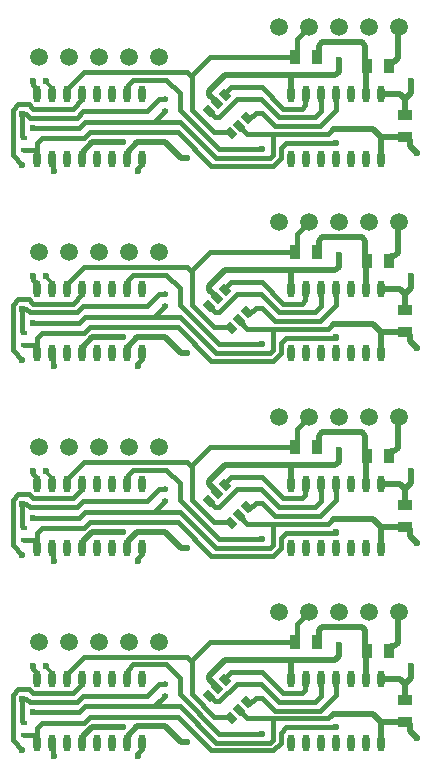
<source format=gtl>
G04*
G04 #@! TF.GenerationSoftware,Altium Limited,Altium Designer,20.2.7 (254)*
G04*
G04 Layer_Physical_Order=1*
G04 Layer_Color=255*
%FSLAX44Y44*%
%MOMM*%
G71*
G04*
G04 #@! TF.SameCoordinates,E2930A79-BBFB-44DC-8FC5-9A75561AB175*
G04*
G04*
G04 #@! TF.FilePolarity,Positive*
G04*
G01*
G75*
%ADD14R,0.9000X1.3000*%
%ADD15R,0.5500X0.4500*%
%ADD16O,0.6000X1.4500*%
G04:AMPARAMS|DCode=17|XSize=0.6mm|YSize=0.95mm|CornerRadius=0mm|HoleSize=0mm|Usage=FLASHONLY|Rotation=45.000|XOffset=0mm|YOffset=0mm|HoleType=Round|Shape=Rectangle|*
%AMROTATEDRECTD17*
4,1,4,0.1237,-0.5480,-0.5480,0.1237,-0.1237,0.5480,0.5480,-0.1237,0.1237,-0.5480,0.0*
%
%ADD17ROTATEDRECTD17*%

%ADD18R,1.3000X0.9000*%
%ADD26C,0.5000*%
%ADD27C,0.4000*%
%ADD28C,0.3000*%
%ADD29C,1.5000*%
%ADD30C,0.6000*%
D14*
X354370Y608980D02*
D03*
X335870D02*
D03*
X293410Y616600D02*
D03*
X274910D02*
D03*
X354370Y443980D02*
D03*
X335870D02*
D03*
X293410Y451600D02*
D03*
X274910D02*
D03*
X354370Y278980D02*
D03*
X335870D02*
D03*
X293410Y286600D02*
D03*
X274910D02*
D03*
X354370Y113980D02*
D03*
X335870D02*
D03*
X293410Y121600D02*
D03*
X274910D02*
D03*
D15*
X164700Y580880D02*
D03*
Y570880D02*
D03*
X45400Y538020D02*
D03*
Y548020D02*
D03*
X164700Y415880D02*
D03*
Y405880D02*
D03*
X45400Y373020D02*
D03*
Y383020D02*
D03*
X164700Y250880D02*
D03*
Y240880D02*
D03*
X45400Y208020D02*
D03*
Y218020D02*
D03*
X164700Y85880D02*
D03*
Y75880D02*
D03*
X45400Y43020D02*
D03*
Y53020D02*
D03*
D16*
X271380Y530850D02*
D03*
X284080D02*
D03*
X296780D02*
D03*
X309480D02*
D03*
X322180D02*
D03*
X334880D02*
D03*
X347580D02*
D03*
X271380Y585350D02*
D03*
X284080D02*
D03*
X296780D02*
D03*
X309480D02*
D03*
X322180D02*
D03*
X334880D02*
D03*
X347580D02*
D03*
X56750Y530850D02*
D03*
X69450D02*
D03*
X82150D02*
D03*
X94850D02*
D03*
X107550D02*
D03*
X120250D02*
D03*
X132950D02*
D03*
X145650D02*
D03*
X56750Y585350D02*
D03*
X69450D02*
D03*
X82150D02*
D03*
X94850D02*
D03*
X107550D02*
D03*
X120250D02*
D03*
X132950D02*
D03*
X145650D02*
D03*
X271380Y365850D02*
D03*
X284080D02*
D03*
X296780D02*
D03*
X309480D02*
D03*
X322180D02*
D03*
X334880D02*
D03*
X347580D02*
D03*
X271380Y420350D02*
D03*
X284080D02*
D03*
X296780D02*
D03*
X309480D02*
D03*
X322180D02*
D03*
X334880D02*
D03*
X347580D02*
D03*
X56750Y365850D02*
D03*
X69450D02*
D03*
X82150D02*
D03*
X94850D02*
D03*
X107550D02*
D03*
X120250D02*
D03*
X132950D02*
D03*
X145650D02*
D03*
X56750Y420350D02*
D03*
X69450D02*
D03*
X82150D02*
D03*
X94850D02*
D03*
X107550D02*
D03*
X120250D02*
D03*
X132950D02*
D03*
X145650D02*
D03*
X271380Y200850D02*
D03*
X284080D02*
D03*
X296780D02*
D03*
X309480D02*
D03*
X322180D02*
D03*
X334880D02*
D03*
X347580D02*
D03*
X271380Y255350D02*
D03*
X284080D02*
D03*
X296780D02*
D03*
X309480D02*
D03*
X322180D02*
D03*
X334880D02*
D03*
X347580D02*
D03*
X56750Y200850D02*
D03*
X69450D02*
D03*
X82150D02*
D03*
X94850D02*
D03*
X107550D02*
D03*
X120250D02*
D03*
X132950D02*
D03*
X145650D02*
D03*
X56750Y255350D02*
D03*
X69450D02*
D03*
X82150D02*
D03*
X94850D02*
D03*
X107550D02*
D03*
X120250D02*
D03*
X132950D02*
D03*
X145650D02*
D03*
X271380Y35850D02*
D03*
X284080D02*
D03*
X296780D02*
D03*
X309480D02*
D03*
X322180D02*
D03*
X334880D02*
D03*
X347580D02*
D03*
X271380Y90350D02*
D03*
X284080D02*
D03*
X296780D02*
D03*
X309480D02*
D03*
X322180D02*
D03*
X334880D02*
D03*
X347580D02*
D03*
X56750Y35850D02*
D03*
X69450D02*
D03*
X82150D02*
D03*
X94850D02*
D03*
X107550D02*
D03*
X120250D02*
D03*
X132950D02*
D03*
X145650D02*
D03*
X56750Y90350D02*
D03*
X69450D02*
D03*
X82150D02*
D03*
X94850D02*
D03*
X107550D02*
D03*
X120250D02*
D03*
X132950D02*
D03*
X145650D02*
D03*
D17*
X234384Y565512D02*
D03*
X227666Y558794D02*
D03*
X220949Y552077D02*
D03*
X201857Y571168D02*
D03*
X208574Y577886D02*
D03*
X215292Y584604D02*
D03*
X234384Y400512D02*
D03*
X227666Y393794D02*
D03*
X220949Y387076D02*
D03*
X201857Y406168D02*
D03*
X208574Y412886D02*
D03*
X215292Y419603D02*
D03*
X234384Y235512D02*
D03*
X227666Y228794D02*
D03*
X220949Y222077D02*
D03*
X201857Y241168D02*
D03*
X208574Y247886D02*
D03*
X215292Y254604D02*
D03*
X234384Y70512D02*
D03*
X227666Y63794D02*
D03*
X220949Y57077D02*
D03*
X201857Y76168D02*
D03*
X208574Y82886D02*
D03*
X215292Y89604D02*
D03*
D18*
X367900Y567350D02*
D03*
Y548850D02*
D03*
Y402350D02*
D03*
Y383850D02*
D03*
Y237350D02*
D03*
Y218850D02*
D03*
Y72350D02*
D03*
Y53850D02*
D03*
D26*
X347389Y531041D02*
X347580Y530850D01*
X312100Y642000D02*
X312875Y641225D01*
X334689Y585541D02*
Y590062D01*
X312100Y642000D02*
Y644380D01*
X133141Y536701D02*
X141451Y545011D01*
X133141Y531041D02*
Y536701D01*
X132950Y530850D02*
X133141Y531041D01*
X141451Y545011D02*
X164692D01*
X334880Y585350D02*
Y604720D01*
X361950Y641050D02*
X362900Y642000D01*
X365900Y567350D02*
X367900D01*
X367849Y569299D02*
Y581011D01*
X347580Y585350D02*
X363510D01*
X367849Y581011D01*
X82150Y585350D02*
Y589850D01*
X371900Y541400D02*
X378060Y535240D01*
X371900Y541400D02*
Y546850D01*
X369900Y548850D02*
X371900Y546850D01*
X378060Y535240D02*
Y535240D01*
X164620Y580960D02*
X164700Y580880D01*
X164700Y570880D02*
X164700D01*
X337500Y642000D02*
X338916Y643416D01*
X367849Y581011D02*
X372773Y585936D01*
Y595993D01*
X373060Y596280D01*
X334342Y610926D02*
X334963Y610305D01*
X348101Y548850D02*
X367900D01*
X369900D01*
X354370Y608980D02*
Y610980D01*
X356370Y612980D01*
X359021D01*
X361950Y615909D01*
Y641050D01*
X95041Y531041D02*
Y536701D01*
X94850Y530850D02*
X95041Y531041D01*
X103070Y544730D02*
X129140D01*
X95041Y536701D02*
X103070Y544730D01*
X202245Y588025D02*
X215580Y601360D01*
X44130Y568340D02*
X45400D01*
X347389Y531041D02*
Y548138D01*
X178193Y531510D02*
X183830D01*
X164692Y545011D02*
X178193Y531510D01*
X283580Y580329D02*
X284080Y580829D01*
Y585350D01*
X202245Y584922D02*
Y588025D01*
Y584922D02*
X208574Y578593D01*
Y577886D02*
Y578593D01*
X201857Y571168D02*
X202564D01*
X235621Y564274D02*
X236328D01*
X234384Y565512D02*
X235621Y564274D01*
X215031Y584864D02*
Y585571D01*
Y584864D02*
X215292Y584604D01*
X365900Y567350D02*
X367849Y569299D01*
X271380Y585350D02*
Y598431D01*
X215580Y601360D02*
X309171D01*
X312100Y604289D01*
Y614060D01*
X295245Y626371D02*
X298174Y629300D01*
X331413D01*
X295245Y618436D02*
Y626371D01*
X293410Y616600D02*
X295245Y618436D01*
X331413Y629300D02*
X334342Y626371D01*
Y610926D02*
Y626371D01*
X307020Y555640D02*
X341311D01*
X348101Y548850D01*
X347389Y366041D02*
X347580Y365850D01*
X312100Y477000D02*
X312875Y476225D01*
X334689Y420541D02*
Y425062D01*
X312100Y477000D02*
Y479380D01*
X133141Y371701D02*
X141451Y380011D01*
X133141Y366041D02*
Y371701D01*
X132950Y365850D02*
X133141Y366041D01*
X141451Y380011D02*
X164692D01*
X334880Y420350D02*
Y439720D01*
X361950Y476050D02*
X362900Y477000D01*
X365900Y402350D02*
X367900D01*
X367849Y404299D02*
Y416011D01*
X347580Y420350D02*
X363510D01*
X367849Y416011D01*
X82150Y420350D02*
Y424850D01*
X371900Y376400D02*
X378060Y370240D01*
X371900Y376400D02*
Y381850D01*
X369900Y383850D02*
X371900Y381850D01*
X378060Y370240D02*
Y370240D01*
X164620Y415960D02*
X164700Y415880D01*
X164700Y405880D02*
X164700D01*
X337500Y477000D02*
X338916Y478416D01*
X367849Y416011D02*
X372773Y420936D01*
Y430993D01*
X373060Y431280D01*
X334342Y445926D02*
X334963Y445305D01*
X348101Y383850D02*
X367900D01*
X369900D01*
X354370Y443980D02*
Y445980D01*
X356370Y447980D01*
X359021D01*
X361950Y450909D01*
Y476050D01*
X95041Y366041D02*
Y371701D01*
X94850Y365850D02*
X95041Y366041D01*
X103070Y379730D02*
X129140D01*
X95041Y371701D02*
X103070Y379730D01*
X202245Y423025D02*
X215580Y436360D01*
X44130Y403340D02*
X45400D01*
X347389Y366041D02*
Y383138D01*
X178193Y366510D02*
X183830D01*
X164692Y380011D02*
X178193Y366510D01*
X283580Y415329D02*
X284080Y415829D01*
Y420350D01*
X202245Y419922D02*
Y423025D01*
Y419922D02*
X208574Y413593D01*
Y412886D02*
Y413593D01*
X201857Y406168D02*
X202564D01*
X235621Y399274D02*
X236328D01*
X234384Y400512D02*
X235621Y399274D01*
X215031Y419864D02*
Y420571D01*
Y419864D02*
X215292Y419603D01*
X365900Y402350D02*
X367849Y404299D01*
X271380Y420350D02*
Y433431D01*
X215580Y436360D02*
X309171D01*
X312100Y439289D01*
Y449060D01*
X295245Y461371D02*
X298174Y464300D01*
X331413D01*
X295245Y453436D02*
Y461371D01*
X293410Y451600D02*
X295245Y453436D01*
X331413Y464300D02*
X334342Y461371D01*
Y445926D02*
Y461371D01*
X307020Y390640D02*
X341311D01*
X348101Y383850D01*
X347389Y201041D02*
X347580Y200850D01*
X312100Y312000D02*
X312875Y311225D01*
X334689Y255541D02*
Y260062D01*
X312100Y312000D02*
Y314380D01*
X133141Y206701D02*
X141451Y215011D01*
X133141Y201041D02*
Y206701D01*
X132950Y200850D02*
X133141Y201041D01*
X141451Y215011D02*
X164692D01*
X334880Y255350D02*
Y274720D01*
X361950Y311050D02*
X362900Y312000D01*
X365900Y237350D02*
X367900D01*
X367849Y239299D02*
Y251011D01*
X347580Y255350D02*
X363510D01*
X367849Y251011D01*
X82150Y255350D02*
Y259850D01*
X371900Y211400D02*
X378060Y205240D01*
X371900Y211400D02*
Y216850D01*
X369900Y218850D02*
X371900Y216850D01*
X378060Y205240D02*
Y205240D01*
X164620Y250960D02*
X164700Y250880D01*
X164700Y240880D02*
X164700D01*
X337500Y312000D02*
X338916Y313416D01*
X367849Y251011D02*
X372773Y255936D01*
Y265993D01*
X373060Y266280D01*
X334342Y280926D02*
X334963Y280305D01*
X348101Y218850D02*
X367900D01*
X369900D01*
X354370Y278980D02*
Y280980D01*
X356370Y282980D01*
X359021D01*
X361950Y285909D01*
Y311050D01*
X95041Y201041D02*
Y206701D01*
X94850Y200850D02*
X95041Y201041D01*
X103070Y214730D02*
X129140D01*
X95041Y206701D02*
X103070Y214730D01*
X202245Y258025D02*
X215580Y271360D01*
X44130Y238340D02*
X45400D01*
X347389Y201041D02*
Y218138D01*
X178193Y201510D02*
X183830D01*
X164692Y215011D02*
X178193Y201510D01*
X283580Y250329D02*
X284080Y250829D01*
Y255350D01*
X202245Y254922D02*
Y258025D01*
Y254922D02*
X208574Y248593D01*
Y247886D02*
Y248593D01*
X201857Y241168D02*
X202564D01*
X235621Y234274D02*
X236328D01*
X234384Y235512D02*
X235621Y234274D01*
X215031Y254864D02*
Y255571D01*
Y254864D02*
X215292Y254604D01*
X365900Y237350D02*
X367849Y239299D01*
X271380Y255350D02*
Y268431D01*
X215580Y271360D02*
X309171D01*
X312100Y274289D01*
Y284060D01*
X295245Y296371D02*
X298174Y299300D01*
X331413D01*
X295245Y288435D02*
Y296371D01*
X293410Y286600D02*
X295245Y288435D01*
X331413Y299300D02*
X334342Y296371D01*
Y280926D02*
Y296371D01*
X307020Y225640D02*
X341311D01*
X348101Y218850D01*
X347389Y36041D02*
X347580Y35850D01*
X312100Y147000D02*
X312875Y146225D01*
X334689Y90541D02*
Y95062D01*
X312100Y147000D02*
Y149380D01*
X133141Y41701D02*
X141451Y50011D01*
X133141Y36041D02*
Y41701D01*
X132950Y35850D02*
X133141Y36041D01*
X141451Y50011D02*
X164692D01*
X334880Y90350D02*
Y109720D01*
X361950Y146050D02*
X362900Y147000D01*
X365900Y72350D02*
X367900D01*
X367849Y74299D02*
Y86011D01*
X347580Y90350D02*
X363510D01*
X367849Y86011D01*
X82150Y90350D02*
Y94850D01*
X371900Y46400D02*
X378060Y40240D01*
X371900Y46400D02*
Y51850D01*
X369900Y53850D02*
X371900Y51850D01*
X378060Y40240D02*
Y40240D01*
X164620Y85960D02*
X164700Y85880D01*
X164700Y75880D02*
X164700D01*
X337500Y147000D02*
X338916Y148416D01*
X367849Y86011D02*
X372773Y90936D01*
Y100993D01*
X373060Y101280D01*
X334342Y115926D02*
X334963Y115305D01*
X348101Y53850D02*
X367900D01*
X369900D01*
X354370Y113980D02*
Y115980D01*
X356370Y117980D01*
X359021D01*
X361950Y120909D01*
Y146050D01*
X95041Y36041D02*
Y41701D01*
X94850Y35850D02*
X95041Y36041D01*
X103070Y49730D02*
X129140D01*
X95041Y41701D02*
X103070Y49730D01*
X202245Y93025D02*
X215580Y106360D01*
X44130Y73340D02*
X45400D01*
X347389Y36041D02*
Y53138D01*
X178193Y36510D02*
X183830D01*
X164692Y50011D02*
X178193Y36510D01*
X283580Y85329D02*
X284080Y85829D01*
Y90350D01*
X202245Y89922D02*
Y93025D01*
Y89922D02*
X208574Y83593D01*
Y82886D02*
Y83593D01*
X201857Y76168D02*
X202564D01*
X235621Y69274D02*
X236328D01*
X234384Y70512D02*
X235621Y69274D01*
X215031Y89864D02*
Y90571D01*
Y89864D02*
X215292Y89604D01*
X365900Y72350D02*
X367849Y74299D01*
X271380Y90350D02*
Y103431D01*
X215580Y106360D02*
X309171D01*
X312100Y109289D01*
Y119060D01*
X295245Y131371D02*
X298174Y134300D01*
X331413D01*
X295245Y123435D02*
Y131371D01*
X293410Y121600D02*
X295245Y123435D01*
X331413Y134300D02*
X334342Y131371D01*
Y115926D02*
Y131371D01*
X307020Y60640D02*
X341311D01*
X348101Y53850D01*
D27*
X296780Y570800D02*
Y585350D01*
X159620Y580960D02*
X164620D01*
X149540Y570880D02*
X159620Y580960D01*
X155810Y561990D02*
X164700Y570880D01*
X95697D02*
X149540D01*
X97470Y561990D02*
X155810D01*
X225740Y581040D02*
X246060D01*
X35840Y571774D02*
X40696Y576630D01*
X35840Y533450D02*
X44130Y525160D01*
X35840Y533450D02*
Y571774D01*
X92390Y556910D02*
X97470Y561990D01*
X40696Y576630D02*
X49850D01*
X53420Y573060D01*
X86810D01*
X94850Y581100D01*
X47477Y568340D02*
X50297Y565520D01*
X90337D01*
X95697Y570880D01*
X52690Y556910D02*
X92390D01*
X44130Y550527D02*
Y568340D01*
X45400D02*
X47477D01*
X56750Y544130D02*
X60640Y548020D01*
X96200D02*
X101280Y553100D01*
X60640Y548020D02*
X96200D01*
X56750Y538020D02*
Y544130D01*
X283580Y575989D02*
Y580329D01*
X264703Y573060D02*
X280651D01*
X246563Y591200D02*
X264703Y573060D01*
X280651D02*
X283580Y575989D01*
X45400Y538020D02*
X56750D01*
X101280Y553100D02*
X175813D01*
X207499Y566233D02*
X210933D01*
X202564Y571168D02*
X207499Y566233D01*
X210933D02*
X225740Y581040D01*
X241534Y569480D02*
X246656D01*
X236328Y564274D02*
X241534Y569480D01*
X206476Y553314D02*
X219711D01*
X187640Y572150D02*
X206476Y553314D01*
X187640Y572150D02*
Y600090D01*
X220660Y591200D02*
X246563D01*
X215031Y585571D02*
X220660Y591200D01*
X177480Y572150D02*
Y586120D01*
X168759Y604090D02*
X168949Y603900D01*
X82150Y589850D02*
X96390Y604090D01*
X133333Y586115D02*
X133524Y585924D01*
X96390Y604090D02*
X168759D01*
X166050Y597550D02*
X177480Y586120D01*
X155810Y561990D02*
X177480D01*
X227666Y558794D02*
X234630Y551830D01*
X246656Y569480D02*
X257766Y558370D01*
X291780Y565800D02*
X296780Y570800D01*
X261300Y565800D02*
X291780D01*
X246060Y581040D02*
X261300Y565800D01*
X295780Y558370D02*
X309480Y572070D01*
Y585350D01*
X257766Y558370D02*
X295780D01*
X292332Y551830D02*
X303210D01*
X292332Y551830D02*
X292332Y551830D01*
X210596Y539034D02*
X247330D01*
X177480Y572150D02*
X210596Y539034D01*
X177480Y561990D02*
X208226Y531244D01*
X204209Y524704D02*
X256586D01*
X256220Y533587D02*
Y551830D01*
X208226Y531244D02*
X253877D01*
X234630Y551830D02*
X256220D01*
X175813Y553100D02*
X204209Y524704D01*
X256586D02*
X263206Y531324D01*
X256220Y551830D02*
X292332D01*
X253877Y531244D02*
X256220Y533587D01*
X267650Y544210D02*
X309560D01*
X263206Y539766D02*
X267650Y544210D01*
X263206Y531324D02*
Y539766D01*
X70800Y520080D02*
Y520756D01*
X69833Y521724D02*
X70800Y520756D01*
X69833Y521724D02*
Y530467D01*
X69450Y530850D02*
X69833Y530467D01*
X53020Y596280D02*
X53498Y595802D01*
Y593393D02*
Y595802D01*
Y593393D02*
X56750Y590141D01*
Y585350D02*
Y590141D01*
X142398Y522807D02*
X145650Y526059D01*
Y530850D01*
X276540Y618230D02*
Y631840D01*
X286700Y642000D01*
X274910Y616600D02*
X276540Y618230D01*
X303210Y551830D02*
X307020Y555640D01*
X138110Y597550D02*
X166050D01*
X133333Y586115D02*
Y592773D01*
X138110Y597550D01*
X183830Y603900D02*
X187640Y600090D01*
X168949Y603900D02*
X183830D01*
X202880Y616600D02*
X274910D01*
X187005Y600725D02*
X202880Y616600D01*
X296780Y405800D02*
Y420350D01*
X159620Y415960D02*
X164620D01*
X149540Y405880D02*
X159620Y415960D01*
X155810Y396990D02*
X164700Y405880D01*
X95697D02*
X149540D01*
X97470Y396990D02*
X155810D01*
X225740Y416040D02*
X246060D01*
X35840Y406774D02*
X40696Y411630D01*
X35840Y368450D02*
X44130Y360160D01*
X35840Y368450D02*
Y406774D01*
X92390Y391910D02*
X97470Y396990D01*
X40696Y411630D02*
X49850D01*
X53420Y408060D01*
X86810D01*
X94850Y416100D01*
X47477Y403340D02*
X50297Y400520D01*
X90337D01*
X95697Y405880D01*
X52690Y391910D02*
X92390D01*
X44130Y385527D02*
Y403340D01*
X45400D02*
X47477D01*
X56750Y379130D02*
X60640Y383020D01*
X96200D02*
X101280Y388100D01*
X60640Y383020D02*
X96200D01*
X56750Y373020D02*
Y379130D01*
X283580Y410989D02*
Y415329D01*
X264703Y408060D02*
X280651D01*
X246563Y426200D02*
X264703Y408060D01*
X280651D02*
X283580Y410989D01*
X45400Y373020D02*
X56750D01*
X101280Y388100D02*
X175813D01*
X207499Y401233D02*
X210933D01*
X202564Y406168D02*
X207499Y401233D01*
X210933D02*
X225740Y416040D01*
X241534Y404480D02*
X246656D01*
X236328Y399274D02*
X241534Y404480D01*
X206476Y388314D02*
X219711D01*
X187640Y407150D02*
X206476Y388314D01*
X187640Y407150D02*
Y435090D01*
X220660Y426200D02*
X246563D01*
X215031Y420571D02*
X220660Y426200D01*
X177480Y407150D02*
Y421120D01*
X168759Y439090D02*
X168949Y438900D01*
X82150Y424850D02*
X96390Y439090D01*
X133333Y421115D02*
X133524Y420924D01*
X96390Y439090D02*
X168759D01*
X166050Y432550D02*
X177480Y421120D01*
X155810Y396990D02*
X177480D01*
X227666Y393794D02*
X234630Y386830D01*
X246656Y404480D02*
X257766Y393370D01*
X291780Y400800D02*
X296780Y405800D01*
X261300Y400800D02*
X291780D01*
X246060Y416040D02*
X261300Y400800D01*
X295780Y393370D02*
X309480Y407070D01*
Y420350D01*
X257766Y393370D02*
X295780D01*
X292332Y386830D02*
X303210D01*
X292332Y386830D02*
X292332Y386830D01*
X210596Y374034D02*
X247330D01*
X177480Y407150D02*
X210596Y374034D01*
X177480Y396990D02*
X208226Y366244D01*
X204209Y359704D02*
X256586D01*
X256220Y368587D02*
Y386830D01*
X208226Y366244D02*
X253877D01*
X234630Y386830D02*
X256220D01*
X175813Y388100D02*
X204209Y359704D01*
X256586D02*
X263206Y366324D01*
X256220Y386830D02*
X292332D01*
X253877Y366244D02*
X256220Y368587D01*
X267650Y379210D02*
X309560D01*
X263206Y374766D02*
X267650Y379210D01*
X263206Y366324D02*
Y374766D01*
X70800Y355080D02*
Y355756D01*
X69833Y356724D02*
X70800Y355756D01*
X69833Y356724D02*
Y365467D01*
X69450Y365850D02*
X69833Y365467D01*
X53020Y431280D02*
X53498Y430802D01*
Y428393D02*
Y430802D01*
Y428393D02*
X56750Y425141D01*
Y420350D02*
Y425141D01*
X142398Y357807D02*
X145650Y361059D01*
Y365850D01*
X276540Y453230D02*
Y466840D01*
X286700Y477000D01*
X274910Y451600D02*
X276540Y453230D01*
X303210Y386830D02*
X307020Y390640D01*
X138110Y432550D02*
X166050D01*
X133333Y421115D02*
Y427773D01*
X138110Y432550D01*
X183830Y438900D02*
X187640Y435090D01*
X168949Y438900D02*
X183830D01*
X202880Y451600D02*
X274910D01*
X187005Y435725D02*
X202880Y451600D01*
X296780Y240800D02*
Y255350D01*
X159620Y250960D02*
X164620D01*
X149540Y240880D02*
X159620Y250960D01*
X155810Y231990D02*
X164700Y240880D01*
X95697D02*
X149540D01*
X97470Y231990D02*
X155810D01*
X225740Y251040D02*
X246060D01*
X35840Y241774D02*
X40696Y246630D01*
X35840Y203450D02*
X44130Y195160D01*
X35840Y203450D02*
Y241774D01*
X92390Y226910D02*
X97470Y231990D01*
X40696Y246630D02*
X49850D01*
X53420Y243060D01*
X86810D01*
X94850Y251100D01*
X47477Y238340D02*
X50297Y235520D01*
X90337D01*
X95697Y240880D01*
X52690Y226910D02*
X92390D01*
X44130Y220527D02*
Y238340D01*
X45400D02*
X47477D01*
X56750Y214130D02*
X60640Y218020D01*
X96200D02*
X101280Y223100D01*
X60640Y218020D02*
X96200D01*
X56750Y208020D02*
Y214130D01*
X283580Y245989D02*
Y250329D01*
X264703Y243060D02*
X280651D01*
X246563Y261200D02*
X264703Y243060D01*
X280651D02*
X283580Y245989D01*
X45400Y208020D02*
X56750D01*
X101280Y223100D02*
X175813D01*
X207499Y236234D02*
X210933D01*
X202564Y241168D02*
X207499Y236234D01*
X210933D02*
X225740Y251040D01*
X241534Y239480D02*
X246656D01*
X236328Y234274D02*
X241534Y239480D01*
X206476Y223314D02*
X219711D01*
X187640Y242150D02*
X206476Y223314D01*
X187640Y242150D02*
Y270090D01*
X220660Y261200D02*
X246563D01*
X215031Y255571D02*
X220660Y261200D01*
X177480Y242150D02*
Y256120D01*
X168759Y274090D02*
X168949Y273900D01*
X82150Y259850D02*
X96390Y274090D01*
X133333Y256115D02*
X133524Y255924D01*
X96390Y274090D02*
X168759D01*
X166050Y267550D02*
X177480Y256120D01*
X155810Y231990D02*
X177480D01*
X227666Y228794D02*
X234630Y221830D01*
X246656Y239480D02*
X257766Y228370D01*
X291780Y235800D02*
X296780Y240800D01*
X261300Y235800D02*
X291780D01*
X246060Y251040D02*
X261300Y235800D01*
X295780Y228370D02*
X309480Y242070D01*
Y255350D01*
X257766Y228370D02*
X295780D01*
X292332Y221830D02*
X303210D01*
X292332Y221830D02*
X292332Y221830D01*
X210596Y209034D02*
X247330D01*
X177480Y242150D02*
X210596Y209034D01*
X177480Y231990D02*
X208226Y201244D01*
X204209Y194704D02*
X256586D01*
X256220Y203587D02*
Y221830D01*
X208226Y201244D02*
X253877D01*
X234630Y221830D02*
X256220D01*
X175813Y223100D02*
X204209Y194704D01*
X256586D02*
X263206Y201324D01*
X256220Y221830D02*
X292332D01*
X253877Y201244D02*
X256220Y203587D01*
X267650Y214210D02*
X309560D01*
X263206Y209766D02*
X267650Y214210D01*
X263206Y201324D02*
Y209766D01*
X70800Y190080D02*
Y190756D01*
X69833Y191724D02*
X70800Y190756D01*
X69833Y191724D02*
Y200467D01*
X69450Y200850D02*
X69833Y200467D01*
X53020Y266280D02*
X53498Y265802D01*
Y263393D02*
Y265802D01*
Y263393D02*
X56750Y260141D01*
Y255350D02*
Y260141D01*
X142398Y192807D02*
X145650Y196059D01*
Y200850D01*
X276540Y288230D02*
Y301840D01*
X286700Y312000D01*
X274910Y286600D02*
X276540Y288230D01*
X303210Y221830D02*
X307020Y225640D01*
X138110Y267550D02*
X166050D01*
X133333Y256115D02*
Y262773D01*
X138110Y267550D01*
X183830Y273900D02*
X187640Y270090D01*
X168949Y273900D02*
X183830D01*
X202880Y286600D02*
X274910D01*
X187005Y270725D02*
X202880Y286600D01*
X296780Y75800D02*
Y90350D01*
X159620Y85960D02*
X164620D01*
X149540Y75880D02*
X159620Y85960D01*
X155810Y66990D02*
X164700Y75880D01*
X95697D02*
X149540D01*
X97470Y66990D02*
X155810D01*
X225740Y86040D02*
X246060D01*
X35840Y76774D02*
X40696Y81630D01*
X35840Y38450D02*
X44130Y30160D01*
X35840Y38450D02*
Y76774D01*
X92390Y61910D02*
X97470Y66990D01*
X40696Y81630D02*
X49850D01*
X53420Y78060D01*
X86810D01*
X94850Y86100D01*
X47477Y73340D02*
X50297Y70520D01*
X90337D01*
X95697Y75880D01*
X52690Y61910D02*
X92390D01*
X44130Y55527D02*
Y73340D01*
X45400D02*
X47477D01*
X56750Y49130D02*
X60640Y53020D01*
X96200D02*
X101280Y58100D01*
X60640Y53020D02*
X96200D01*
X56750Y43020D02*
Y49130D01*
X283580Y80989D02*
Y85329D01*
X264703Y78060D02*
X280651D01*
X246563Y96200D02*
X264703Y78060D01*
X280651D02*
X283580Y80989D01*
X45400Y43020D02*
X56750D01*
X101280Y58100D02*
X175813D01*
X207499Y71234D02*
X210933D01*
X202564Y76168D02*
X207499Y71234D01*
X210933D02*
X225740Y86040D01*
X241534Y74480D02*
X246656D01*
X236328Y69274D02*
X241534Y74480D01*
X206476Y58314D02*
X219711D01*
X187640Y77150D02*
X206476Y58314D01*
X187640Y77150D02*
Y105090D01*
X220660Y96200D02*
X246563D01*
X215031Y90571D02*
X220660Y96200D01*
X177480Y77150D02*
Y91120D01*
X168759Y109090D02*
X168949Y108900D01*
X82150Y94850D02*
X96390Y109090D01*
X133333Y91115D02*
X133524Y90924D01*
X96390Y109090D02*
X168759D01*
X166050Y102550D02*
X177480Y91120D01*
X155810Y66990D02*
X177480D01*
X227666Y63794D02*
X234630Y56830D01*
X246656Y74480D02*
X257766Y63370D01*
X291780Y70800D02*
X296780Y75800D01*
X261300Y70800D02*
X291780D01*
X246060Y86040D02*
X261300Y70800D01*
X295780Y63370D02*
X309480Y77070D01*
Y90350D01*
X257766Y63370D02*
X295780D01*
X292332Y56830D02*
X303210D01*
X292332Y56830D02*
X292332Y56830D01*
X210596Y44034D02*
X247330D01*
X177480Y77150D02*
X210596Y44034D01*
X177480Y66990D02*
X208226Y36244D01*
X204209Y29704D02*
X256586D01*
X256220Y38587D02*
Y56830D01*
X208226Y36244D02*
X253877D01*
X234630Y56830D02*
X256220D01*
X175813Y58100D02*
X204209Y29704D01*
X256586D02*
X263206Y36324D01*
X256220Y56830D02*
X292332D01*
X253877Y36244D02*
X256220Y38587D01*
X267650Y49210D02*
X309560D01*
X263206Y44766D02*
X267650Y49210D01*
X263206Y36324D02*
Y44766D01*
X70800Y25080D02*
Y25756D01*
X69833Y26724D02*
X70800Y25756D01*
X69833Y26724D02*
Y35467D01*
X69450Y35850D02*
X69833Y35467D01*
X53020Y101280D02*
X53498Y100802D01*
Y98393D02*
Y100802D01*
Y98393D02*
X56750Y95141D01*
Y90350D02*
Y95141D01*
X142398Y27807D02*
X145650Y31059D01*
Y35850D01*
X276540Y123230D02*
Y136840D01*
X286700Y147000D01*
X274910Y121600D02*
X276540Y123230D01*
X303210Y56830D02*
X307020Y60640D01*
X138110Y102550D02*
X166050D01*
X133333Y91115D02*
Y97773D01*
X138110Y102550D01*
X183830Y108900D02*
X187640Y105090D01*
X168949Y108900D02*
X183830D01*
X202880Y121600D02*
X274910D01*
X187005Y105725D02*
X202880Y121600D01*
D28*
X94850Y581100D02*
Y585350D01*
X64450Y595412D02*
Y596280D01*
Y595412D02*
X69450Y590412D01*
Y585350D02*
Y590412D01*
X44130Y550527D02*
X44150Y550507D01*
Y548770D02*
X44900Y548020D01*
X44150Y548770D02*
Y550507D01*
X44900Y548020D02*
X45400D01*
X56750Y530850D02*
Y538020D01*
X132950Y585350D02*
X133524Y585924D01*
X219711Y553314D02*
X220949Y552077D01*
X94850Y416100D02*
Y420350D01*
X64450Y430412D02*
Y431280D01*
Y430412D02*
X69450Y425412D01*
Y420350D02*
Y425412D01*
X44130Y385527D02*
X44150Y385507D01*
Y383770D02*
X44900Y383020D01*
X44150Y383770D02*
Y385507D01*
X44900Y383020D02*
X45400D01*
X56750Y365850D02*
Y373020D01*
X132950Y420350D02*
X133524Y420924D01*
X219711Y388314D02*
X220949Y387076D01*
X94850Y251100D02*
Y255350D01*
X64450Y265412D02*
Y266280D01*
Y265412D02*
X69450Y260412D01*
Y255350D02*
Y260412D01*
X44130Y220527D02*
X44150Y220507D01*
Y218770D02*
X44900Y218020D01*
X44150Y218770D02*
Y220507D01*
X44900Y218020D02*
X45400D01*
X56750Y200850D02*
Y208020D01*
X132950Y255350D02*
X133524Y255924D01*
X219711Y223314D02*
X220949Y222077D01*
X94850Y86100D02*
Y90350D01*
X64450Y100412D02*
Y101280D01*
Y100412D02*
X69450Y95412D01*
Y90350D02*
Y95412D01*
X44130Y55527D02*
X44150Y55507D01*
Y53770D02*
X44900Y53020D01*
X44150Y53770D02*
Y55507D01*
X44900Y53020D02*
X45400D01*
X56750Y35850D02*
Y43020D01*
X132950Y90350D02*
X133524Y90924D01*
X219711Y58314D02*
X220949Y57077D01*
D29*
X261300Y642000D02*
D03*
X286700D02*
D03*
X312100D02*
D03*
X337500D02*
D03*
X362900D02*
D03*
X58100Y616600D02*
D03*
X83500D02*
D03*
X108900D02*
D03*
X134300D02*
D03*
X159700D02*
D03*
X261300Y477000D02*
D03*
X286700D02*
D03*
X312100D02*
D03*
X337500D02*
D03*
X362900D02*
D03*
X58100Y451600D02*
D03*
X83500D02*
D03*
X108900D02*
D03*
X134300D02*
D03*
X159700D02*
D03*
X261300Y312000D02*
D03*
X286700D02*
D03*
X312100D02*
D03*
X337500D02*
D03*
X362900D02*
D03*
X58100Y286600D02*
D03*
X83500D02*
D03*
X108900D02*
D03*
X134300D02*
D03*
X159700D02*
D03*
X261300Y147000D02*
D03*
X286700D02*
D03*
X312100D02*
D03*
X337500D02*
D03*
X362900D02*
D03*
X58100Y121600D02*
D03*
X83500D02*
D03*
X108900D02*
D03*
X134300D02*
D03*
X159700D02*
D03*
D30*
X129140Y544730D02*
D03*
X378060Y535240D02*
D03*
X373060Y596280D02*
D03*
X64450D02*
D03*
X44130Y525160D02*
D03*
Y568340D02*
D03*
X52690Y556910D02*
D03*
X183830Y531510D02*
D03*
X309938Y544405D02*
D03*
X247330Y539034D02*
D03*
X312100Y614060D02*
D03*
X70800Y520080D02*
D03*
X53020Y596280D02*
D03*
X141920Y520080D02*
D03*
X129140Y379730D02*
D03*
X378060Y370240D02*
D03*
X373060Y431280D02*
D03*
X64450D02*
D03*
X44130Y360160D02*
D03*
Y403340D02*
D03*
X52690Y391910D02*
D03*
X183830Y366510D02*
D03*
X309938Y379405D02*
D03*
X247330Y374034D02*
D03*
X312100Y449060D02*
D03*
X70800Y355080D02*
D03*
X53020Y431280D02*
D03*
X141920Y355080D02*
D03*
X129140Y214730D02*
D03*
X378060Y205240D02*
D03*
X373060Y266280D02*
D03*
X64450D02*
D03*
X44130Y195160D02*
D03*
Y238340D02*
D03*
X52690Y226910D02*
D03*
X183830Y201510D02*
D03*
X309938Y214405D02*
D03*
X247330Y209034D02*
D03*
X312100Y284060D02*
D03*
X70800Y190080D02*
D03*
X53020Y266280D02*
D03*
X141920Y190080D02*
D03*
X129140Y49730D02*
D03*
X378060Y40240D02*
D03*
X373060Y101280D02*
D03*
X64450D02*
D03*
X44130Y30160D02*
D03*
Y73340D02*
D03*
X52690Y61910D02*
D03*
X183830Y36510D02*
D03*
X309938Y49405D02*
D03*
X247330Y44034D02*
D03*
X312100Y119060D02*
D03*
X70800Y25080D02*
D03*
X53020Y101280D02*
D03*
X141920Y25080D02*
D03*
M02*

</source>
